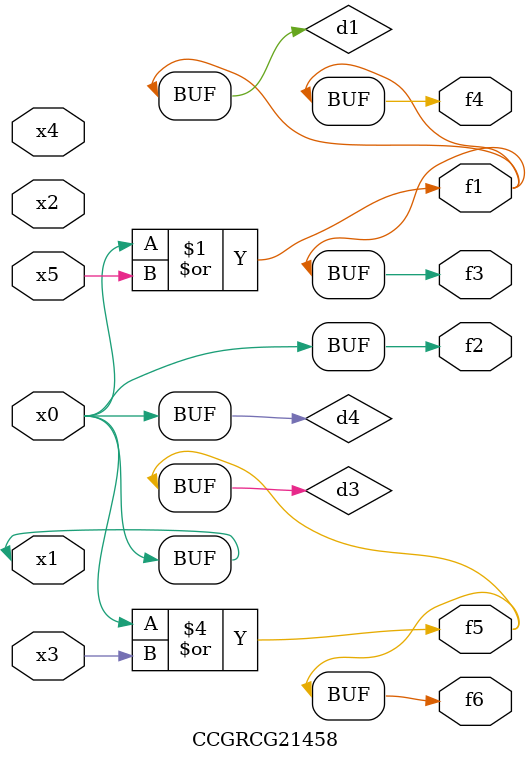
<source format=v>
module CCGRCG21458(
	input x0, x1, x2, x3, x4, x5,
	output f1, f2, f3, f4, f5, f6
);

	wire d1, d2, d3, d4;

	or (d1, x0, x5);
	xnor (d2, x1, x4);
	or (d3, x0, x3);
	buf (d4, x0, x1);
	assign f1 = d1;
	assign f2 = d4;
	assign f3 = d1;
	assign f4 = d1;
	assign f5 = d3;
	assign f6 = d3;
endmodule

</source>
